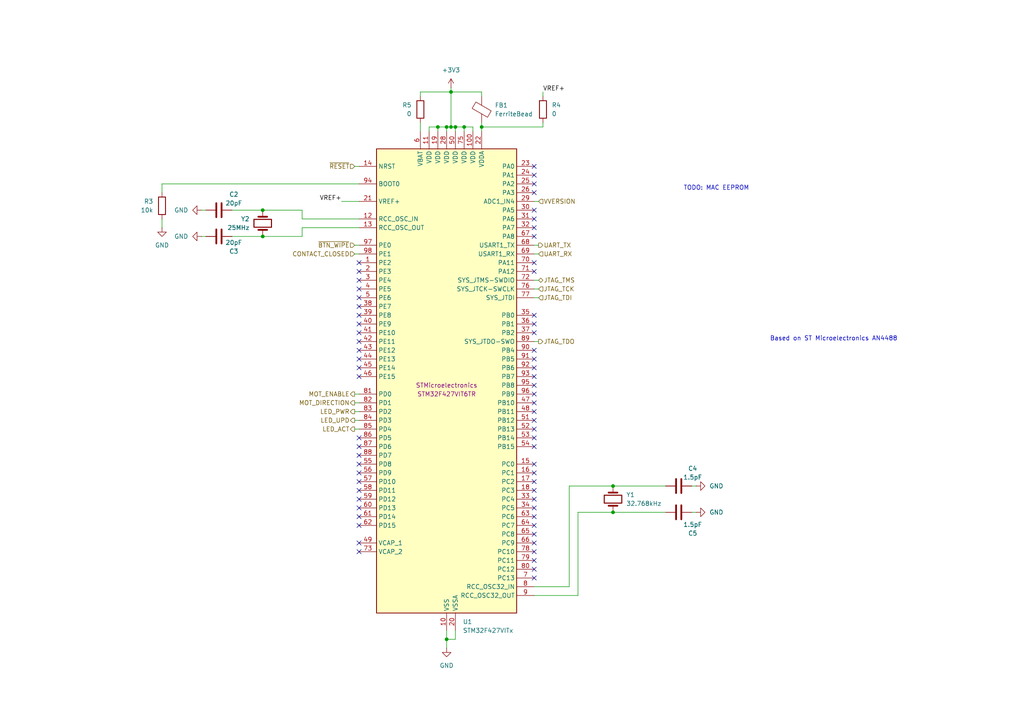
<source format=kicad_sch>
(kicad_sch (version 20250114) (generator "eeschema") (generator_version "9.0")
  (paper "A4")
  (title_block (title "iot-contact"))
  (lib_symbols
    (symbol "Device:C" (pin_numbers (hide yes)) (pin_names (offset 0.254))
      (property "Reference" "C" (at 0.635 2.54 0))
      (property "Value" "C" (at 0.635 -2.54 0))
      (symbol "C_0_1"
        (polyline (pts (xy -2.032 0.762) (xy 2.032 0.762)) (stroke (width 0.508)))
        (polyline (pts (xy -2.032 -0.762) (xy 2.032 -0.762)) (stroke (width 0.508)))
      )
      (symbol "C_1_1"
        (pin passive line (at 0 3.81 270) (length 2.794) (name "~") (number "1"))
        (pin passive line (at 0 -3.81 90) (length 2.794) (name "~") (number "2"))
      )
    )
    (symbol "Device:Crystal" (pin_numbers (hide yes)) (pin_names (offset 1.016) (hide yes))
      (property "Reference" "Y" (at 0 3.81 0))
      (property "Value" "Crystal" (at 0 -3.81 0))
      (symbol "Crystal_0_1"
        (polyline (pts (xy -2.54 0) (xy -1.905 0)))
        (polyline (pts (xy -1.905 -1.27) (xy -1.905 1.27)) (stroke (width 0.508)))
        (rectangle (start -1.143 2.54) (end 1.143 -2.54) (stroke (width 0.3048)))
        (polyline (pts (xy 1.905 -1.27) (xy 1.905 1.27)) (stroke (width 0.508)))
        (polyline (pts (xy 2.54 0) (xy 1.905 0)))
      )
      (symbol "Crystal_1_1"
        (pin passive line (at -3.81 0 0) (length 1.27) (name "1") (number "1"))
        (pin passive line (at 3.81 0 180) (length 1.27) (name "2") (number "2"))
      )
    )
    (symbol "Device:FerriteBead" (pin_numbers (hide yes)) (pin_names (offset 0))
      (property "Reference" "FB" (at -3.81 0.635 90))
      (property "Value" "FerriteBead" (at 3.81 0 90))
      (symbol "FerriteBead_0_1"
        (polyline (pts (xy -2.7686 0.4064) (xy -1.7018 2.2606) (xy 2.7686 -0.3048) (xy 1.6764 -2.159) (xy -2.7686 0.4064)))
        (polyline (pts (xy 0 1.27) (xy 0 1.2954)))
        (polyline (pts (xy 0 -1.27) (xy 0 -1.2192)))
      )
      (symbol "FerriteBead_1_1"
        (pin passive line (at 0 3.81 270) (length 2.54) (name "~") (number "1"))
        (pin passive line (at 0 -3.81 90) (length 2.54) (name "~") (number "2"))
      )
    )
    (symbol "Device:R" (pin_numbers (hide yes)) (pin_names (offset 0))
      (property "Reference" "R" (at 2.032 0 90))
      (property "Value" "R" (at 0 0 90))
      (symbol "R_0_1"
        (rectangle (start -1.016 -2.54) (end 1.016 2.54) (stroke (width 0.254)))
      )
      (symbol "R_1_1"
        (pin passive line (at 0 3.81 270) (length 1.27) (name "~") (number "1"))
        (pin passive line (at 0 -3.81 90) (length 1.27) (name "~") (number "2"))
      )
    )
    (symbol "MCU_ST_STM32F4:STM32F427VITx"
      (property "Reference" "U" (at -20.32 69.85 0))
      (property "Value" "STM32F427VITx" (at 12.7 69.85 0))
      (symbol "STM32F427VITx_0_1"
        (rectangle (start -20.32 -66.04) (end 20.32 68.58) (stroke (width 0.254)) (fill (type background)))
      )
      (symbol "STM32F427VITx_1_1"
        (pin input line (at -25.4 63.5 0) (length 5.08) (name "NRST") (number "14"))
        (pin input line (at -25.4 58.42 0) (length 5.08) (name "BOOT0") (number "94"))
        (pin input line (at -25.4 53.34 0) (length 5.08) (name "VREF+") (number "21"))
        (pin bidirectional line (at -25.4 48.26 0) (length 5.08) (name "PH0") (number "12") (alternate "RCC_OSC_IN" bidirectional line))
        (pin bidirectional line (at -25.4 45.72 0) (length 5.08) (name "PH1") (number "13") (alternate "RCC_OSC_OUT" bidirectional line))
        (pin bidirectional line (at -25.4 40.64 0) (length 5.08) (name "PE0") (number "97"))
        (pin bidirectional line (at -25.4 38.1 0) (length 5.08) (name "PE1") (number "98"))
        (pin bidirectional line (at -25.4 35.56 0) (length 5.08) (name "PE2") (number "1"))
        (pin bidirectional line (at -25.4 33.02 0) (length 5.08) (name "PE3") (number "2"))
        (pin bidirectional line (at -25.4 30.48 0) (length 5.08) (name "PE4") (number "3"))
        (pin bidirectional line (at -25.4 27.94 0) (length 5.08) (name "PE5") (number "4"))
        (pin bidirectional line (at -25.4 25.4 0) (length 5.08) (name "PE6") (number "5"))
        (pin bidirectional line (at -25.4 22.86 0) (length 5.08) (name "PE7") (number "38"))
        (pin bidirectional line (at -25.4 20.32 0) (length 5.08) (name "PE8") (number "39"))
        (pin bidirectional line (at -25.4 17.78 0) (length 5.08) (name "PE9") (number "40"))
        (pin bidirectional line (at -25.4 15.24 0) (length 5.08) (name "PE10") (number "41"))
        (pin bidirectional line (at -25.4 12.7 0) (length 5.08) (name "PE11") (number "42"))
        (pin bidirectional line (at -25.4 10.16 0) (length 5.08) (name "PE12") (number "43"))
        (pin bidirectional line (at -25.4 7.62 0) (length 5.08) (name "PE13") (number "44"))
        (pin bidirectional line (at -25.4 5.08 0) (length 5.08) (name "PE14") (number "45"))
        (pin bidirectional line (at -25.4 2.54 0) (length 5.08) (name "PE15") (number "46"))
        (pin bidirectional line (at -25.4 -2.54 0) (length 5.08) (name "PD0") (number "81"))
        (pin bidirectional line (at -25.4 -5.08 0) (length 5.08) (name "PD1") (number "82"))
        (pin bidirectional line (at -25.4 -7.62 0) (length 5.08) (name "PD2") (number "83"))
        (pin bidirectional line (at -25.4 -10.16 0) (length 5.08) (name "PD3") (number "84"))
        (pin bidirectional line (at -25.4 -12.7 0) (length 5.08) (name "PD4") (number "85"))
        (pin bidirectional line (at -25.4 -15.24 0) (length 5.08) (name "PD5") (number "86"))
        (pin bidirectional line (at -25.4 -17.78 0) (length 5.08) (name "PD6") (number "87"))
        (pin bidirectional line (at -25.4 -20.32 0) (length 5.08) (name "PD7") (number "88"))
        (pin bidirectional line (at -25.4 -22.86 0) (length 5.08) (name "PD8") (number "55"))
        (pin bidirectional line (at -25.4 -25.4 0) (length 5.08) (name "PD9") (number "56"))
        (pin bidirectional line (at -25.4 -27.94 0) (length 5.08) (name "PD10") (number "57"))
        (pin bidirectional line (at -25.4 -30.48 0) (length 5.08) (name "PD11") (number "58"))
        (pin bidirectional line (at -25.4 -33.02 0) (length 5.08) (name "PD12") (number "59"))
        (pin bidirectional line (at -25.4 -35.56 0) (length 5.08) (name "PD13") (number "60"))
        (pin bidirectional line (at -25.4 -38.1 0) (length 5.08) (name "PD14") (number "61"))
        (pin bidirectional line (at -25.4 -40.64 0) (length 5.08) (name "PD15") (number "62"))
        (pin power_out line (at -25.4 -45.72 0) (length 5.08) (name "VCAP_1") (number "49"))
        (pin power_out line (at -25.4 -48.26 0) (length 5.08) (name "VCAP_2") (number "73"))
        (pin power_in line (at -7.62 73.66 270) (length 5.08) (name "VBAT") (number "6"))
        (pin power_in line (at -5.08 73.66 270) (length 5.08) (name "VDD") (number "11"))
        (pin power_in line (at -2.54 73.66 270) (length 5.08) (name "VDD") (number "19"))
        (pin power_in line (at 0 73.66 270) (length 5.08) (name "VDD") (number "28"))
        (pin power_in line (at 0 -71.12 90) (length 5.08) (name "VSS") (number "10"))
        (pin passive line (at 0 -71.12 90) (length 5.08) (hide yes) (name "VSS") (number "27"))
        (pin passive line (at 0 -71.12 90) (length 5.08) (hide yes) (name "VSS") (number "74"))
        (pin passive line (at 0 -71.12 90) (length 5.08) (hide yes) (name "VSS") (number "99"))
        (pin power_in line (at 2.54 73.66 270) (length 5.08) (name "VDD") (number "50"))
        (pin power_in line (at 2.54 -71.12 90) (length 5.08) (name "VSSA") (number "20"))
        (pin power_in line (at 5.08 73.66 270) (length 5.08) (name "VDD") (number "75"))
        (pin power_in line (at 7.62 73.66 270) (length 5.08) (name "VDD") (number "100"))
        (pin power_in line (at 10.16 73.66 270) (length 5.08) (name "VDDA") (number "22"))
        (pin bidirectional line (at 25.4 63.5 180) (length 5.08) (name "PA0") (number "23"))
        (pin bidirectional line (at 25.4 60.96 180) (length 5.08) (name "PA1") (number "24"))
        (pin bidirectional line (at 25.4 58.42 180) (length 5.08) (name "PA2") (number "25"))
        (pin bidirectional line (at 25.4 55.88 180) (length 5.08) (name "PA3") (number "26"))
        (pin bidirectional line (at 25.4 53.34 180) (length 5.08) (name "PA4") (number "29") (alternate "ADC1_IN4" bidirectional line))
        (pin bidirectional line (at 25.4 50.8 180) (length 5.08) (name "PA5") (number "30"))
        (pin bidirectional line (at 25.4 48.26 180) (length 5.08) (name "PA6") (number "31"))
        (pin bidirectional line (at 25.4 45.72 180) (length 5.08) (name "PA7") (number "32"))
        (pin bidirectional line (at 25.4 43.18 180) (length 5.08) (name "PA8") (number "67"))
        (pin bidirectional line (at 25.4 40.64 180) (length 5.08) (name "PA9") (number "68") (alternate "USART1_TX" bidirectional line))
        (pin bidirectional line (at 25.4 38.1 180) (length 5.08) (name "PA10") (number "69") (alternate "USART1_RX" bidirectional line))
        (pin bidirectional line (at 25.4 35.56 180) (length 5.08) (name "PA11") (number "70"))
        (pin bidirectional line (at 25.4 33.02 180) (length 5.08) (name "PA12") (number "71"))
        (pin bidirectional line (at 25.4 30.48 180) (length 5.08) (name "PA13") (number "72") (alternate "SYS_JTMS-SWDIO" bidirectional line))
        (pin bidirectional line (at 25.4 27.94 180) (length 5.08) (name "PA14") (number "76") (alternate "SYS_JTCK-SWCLK" bidirectional line))
        (pin bidirectional line (at 25.4 25.4 180) (length 5.08) (name "PA15") (number "77") (alternate "SYS_JTDI" bidirectional line))
        (pin bidirectional line (at 25.4 20.32 180) (length 5.08) (name "PB0") (number "35"))
        (pin bidirectional line (at 25.4 17.78 180) (length 5.08) (name "PB1") (number "36"))
        (pin bidirectional line (at 25.4 15.24 180) (length 5.08) (name "PB2") (number "37"))
        (pin bidirectional line (at 25.4 12.7 180) (length 5.08) (name "PB3") (number "89") (alternate "SYS_JTDO-SWO" bidirectional line))
        (pin bidirectional line (at 25.4 10.16 180) (length 5.08) (name "PB4") (number "90"))
        (pin bidirectional line (at 25.4 7.62 180) (length 5.08) (name "PB5") (number "91"))
        (pin bidirectional line (at 25.4 5.08 180) (length 5.08) (name "PB6") (number "92") (alternate "USART1_TX" bidirectional line))
        (pin bidirectional line (at 25.4 2.54 180) (length 5.08) (name "PB7") (number "93") (alternate "USART1_RX" bidirectional line))
        (pin bidirectional line (at 25.4 0 180) (length 5.08) (name "PB8") (number "95"))
        (pin bidirectional line (at 25.4 -2.54 180) (length 5.08) (name "PB9") (number "96"))
        (pin bidirectional line (at 25.4 -5.08 180) (length 5.08) (name "PB10") (number "47"))
        (pin bidirectional line (at 25.4 -7.62 180) (length 5.08) (name "PB11") (number "48"))
        (pin bidirectional line (at 25.4 -10.16 180) (length 5.08) (name "PB12") (number "51"))
        (pin bidirectional line (at 25.4 -12.7 180) (length 5.08) (name "PB13") (number "52"))
        (pin bidirectional line (at 25.4 -15.24 180) (length 5.08) (name "PB14") (number "53"))
        (pin bidirectional line (at 25.4 -17.78 180) (length 5.08) (name "PB15") (number "54"))
        (pin bidirectional line (at 25.4 -22.86 180) (length 5.08) (name "PC0") (number "15"))
        (pin bidirectional line (at 25.4 -25.4 180) (length 5.08) (name "PC1") (number "16"))
        (pin bidirectional line (at 25.4 -27.94 180) (length 5.08) (name "PC2") (number "17"))
        (pin bidirectional line (at 25.4 -30.48 180) (length 5.08) (name "PC3") (number "18"))
        (pin bidirectional line (at 25.4 -33.02 180) (length 5.08) (name "PC4") (number "33"))
        (pin bidirectional line (at 25.4 -35.56 180) (length 5.08) (name "PC5") (number "34"))
        (pin bidirectional line (at 25.4 -38.1 180) (length 5.08) (name "PC6") (number "63"))
        (pin bidirectional line (at 25.4 -40.64 180) (length 5.08) (name "PC7") (number "64"))
        (pin bidirectional line (at 25.4 -43.18 180) (length 5.08) (name "PC8") (number "65"))
        (pin bidirectional line (at 25.4 -45.72 180) (length 5.08) (name "PC9") (number "66"))
        (pin bidirectional line (at 25.4 -48.26 180) (length 5.08) (name "PC10") (number "78"))
        (pin bidirectional line (at 25.4 -50.8 180) (length 5.08) (name "PC11") (number "79"))
        (pin bidirectional line (at 25.4 -53.34 180) (length 5.08) (name "PC12") (number "80"))
        (pin bidirectional line (at 25.4 -55.88 180) (length 5.08) (name "PC13") (number "7"))
        (pin bidirectional line (at 25.4 -58.42 180) (length 5.08) (name "PC14") (number "8") (alternate "RCC_OSC32_IN" bidirectional line))
        (pin bidirectional line (at 25.4 -60.96 180) (length 5.08) (name "PC15") (number "9") (alternate "RCC_OSC32_OUT" bidirectional line))
      )
    )
    (symbol "power:+3V3" (power) (pin_numbers (hide yes)) (pin_names (offset 0) (hide yes))
      (property "Value" "+3V3" (at 0 3.556 0))
      (symbol "+3V3_0_1"
        (polyline (pts (xy -0.762 1.27) (xy 0 2.54)))
        (polyline (pts (xy 0 2.54) (xy 0.762 1.27)))
        (polyline (pts (xy 0 0) (xy 0 2.54)))
      )
      (symbol "+3V3_1_1"
        (pin power_in line (at 0 0 90) (length 0) (name "~") (number "1"))
      )
    )
    (symbol "power:GND" (power) (pin_numbers (hide yes)) (pin_names (offset 0) (hide yes))
      (property "Value" "GND" (at 0 -3.81 0))
      (symbol "GND_0_1"
        (polyline (pts (xy 0 0) (xy 0 -1.27) (xy 1.27 -1.27) (xy 0 -2.54) (xy -1.27 -1.27) (xy 0 -1.27)))
      )
      (symbol "GND_1_1"
        (pin power_in line (at 0 0 270) (length 0) (name "~") (number "1"))
      )
    )
  )
  (text "Based on ST Microelectronics AN4488" (at 241.808 98.298 0) (effects (font (size 1.27 1.27))))
  (text "TODO: MAC EEPROM" (at 207.772 54.61 0) (effects (font (size 1.27 1.27))))
  (junction (at 130.81 26.67))
  (junction (at 129.54 185.42))
  (junction (at 132.08 36.83))
  (junction (at 76.2 68.58))
  (junction (at 177.8 140.97))
  (junction (at 139.7 36.83))
  (junction (at 177.8 148.59))
  (junction (at 129.54 36.83))
  (junction (at 130.81 36.83))
  (junction (at 127 36.83))
  (junction (at 134.62 36.83))
  (junction (at 76.2 60.96))
  (no_connect (at 154.94 149.86))
  (no_connect (at 154.94 147.32))
  (no_connect (at 104.14 88.9))
  (no_connect (at 104.14 152.4))
  (no_connect (at 154.94 114.3))
  (no_connect (at 154.94 109.22))
  (no_connect (at 154.94 142.24))
  (no_connect (at 104.14 160.02))
  (no_connect (at 154.94 167.64))
  (no_connect (at 104.14 149.86))
  (no_connect (at 104.14 132.08))
  (no_connect (at 154.94 144.78))
  (no_connect (at 104.14 142.24))
  (no_connect (at 154.94 139.7))
  (no_connect (at 154.94 127))
  (no_connect (at 104.14 101.6))
  (no_connect (at 154.94 76.2))
  (no_connect (at 154.94 96.52))
  (no_connect (at 154.94 119.38))
  (no_connect (at 104.14 91.44))
  (no_connect (at 154.94 129.54))
  (no_connect (at 104.14 144.78))
  (no_connect (at 154.94 55.88))
  (no_connect (at 104.14 137.16))
  (no_connect (at 104.14 81.28))
  (no_connect (at 104.14 139.7))
  (no_connect (at 104.14 109.22))
  (no_connect (at 154.94 78.74))
  (no_connect (at 154.94 66.04))
  (no_connect (at 154.94 91.44))
  (no_connect (at 104.14 134.62))
  (no_connect (at 154.94 134.62))
  (no_connect (at 104.14 76.2))
  (no_connect (at 104.14 157.48))
  (no_connect (at 154.94 106.68))
  (no_connect (at 154.94 162.56))
  (no_connect (at 104.14 93.98))
  (no_connect (at 154.94 157.48))
  (no_connect (at 154.94 93.98))
  (no_connect (at 154.94 60.96))
  (no_connect (at 154.94 104.14))
  (no_connect (at 154.94 101.6))
  (no_connect (at 154.94 124.46))
  (no_connect (at 154.94 121.92))
  (no_connect (at 104.14 147.32))
  (no_connect (at 154.94 50.8))
  (no_connect (at 154.94 63.5))
  (no_connect (at 104.14 86.36))
  (no_connect (at 104.14 83.82))
  (no_connect (at 104.14 104.14))
  (no_connect (at 154.94 160.02))
  (no_connect (at 154.94 68.58))
  (no_connect (at 154.94 154.94))
  (no_connect (at 154.94 48.26))
  (no_connect (at 154.94 111.76))
  (no_connect (at 154.94 137.16))
  (no_connect (at 154.94 165.1))
  (no_connect (at 104.14 127))
  (no_connect (at 104.14 129.54))
  (no_connect (at 104.14 78.74))
  (no_connect (at 104.14 106.68))
  (no_connect (at 104.14 96.52))
  (no_connect (at 154.94 152.4))
  (no_connect (at 154.94 116.84))
  (no_connect (at 154.94 53.34))
  (no_connect (at 104.14 99.06))
  (wire (pts (xy 134.62 38.1) (xy 134.62 36.83)))
  (wire (pts (xy 46.99 63.5) (xy 46.99 66.04)))
  (wire (pts (xy 127 36.83) (xy 127 38.1)))
  (wire (pts (xy 137.16 36.83) (xy 134.62 36.83)))
  (wire (pts (xy 132.08 182.88) (xy 132.08 185.42)))
  (wire (pts (xy 167.64 148.59) (xy 167.64 172.72)))
  (wire (pts (xy 167.64 172.72) (xy 154.94 172.72)))
  (wire (pts (xy 157.48 36.83) (xy 139.7 36.83)))
  (wire (pts (xy 165.1 170.18) (xy 165.1 140.97)))
  (wire (pts (xy 58.42 68.58) (xy 59.69 68.58)))
  (wire (pts (xy 137.16 38.1) (xy 137.16 36.83)))
  (wire (pts (xy 154.94 99.06) (xy 156.21 99.06)))
  (wire (pts (xy 87.63 68.58) (xy 76.2 68.58)))
  (wire (pts (xy 200.66 148.59) (xy 201.93 148.59)))
  (wire (pts (xy 99.06 58.42) (xy 104.14 58.42)))
  (wire (pts (xy 154.94 73.66) (xy 156.21 73.66)))
  (wire (pts (xy 87.63 66.04) (xy 87.63 68.58)))
  (wire (pts (xy 139.7 36.83) (xy 139.7 38.1)))
  (wire (pts (xy 177.8 140.97) (xy 193.04 140.97)))
  (wire (pts (xy 130.81 26.67) (xy 130.81 25.4)))
  (wire (pts (xy 129.54 38.1) (xy 129.54 36.83)))
  (wire (pts (xy 102.87 48.26) (xy 104.14 48.26)))
  (wire (pts (xy 124.46 36.83) (xy 124.46 38.1)))
  (wire (pts (xy 67.31 68.58) (xy 76.2 68.58)))
  (wire (pts (xy 58.42 60.96) (xy 59.69 60.96)))
  (wire (pts (xy 104.14 66.04) (xy 87.63 66.04)))
  (wire (pts (xy 139.7 27.94) (xy 139.7 26.67)))
  (wire (pts (xy 102.87 73.66) (xy 104.14 73.66)))
  (wire (pts (xy 157.48 26.67) (xy 157.48 27.94)))
  (wire (pts (xy 129.54 36.83) (xy 130.81 36.83)))
  (wire (pts (xy 130.81 36.83) (xy 132.08 36.83)))
  (wire (pts (xy 139.7 35.56) (xy 139.7 36.83)))
  (wire (pts (xy 132.08 36.83) (xy 132.08 38.1)))
  (wire (pts (xy 154.94 170.18) (xy 165.1 170.18)))
  (wire (pts (xy 157.48 35.56) (xy 157.48 36.83)))
  (wire (pts (xy 154.94 86.36) (xy 156.21 86.36)))
  (wire (pts (xy 127 36.83) (xy 124.46 36.83)))
  (wire (pts (xy 102.87 121.92) (xy 104.14 121.92)))
  (wire (pts (xy 154.94 81.28) (xy 156.21 81.28)))
  (wire (pts (xy 67.31 60.96) (xy 76.2 60.96)))
  (wire (pts (xy 102.87 124.46) (xy 104.14 124.46)))
  (wire (pts (xy 134.62 36.83) (xy 132.08 36.83)))
  (wire (pts (xy 200.66 140.97) (xy 201.93 140.97)))
  (wire (pts (xy 102.87 114.3) (xy 104.14 114.3)))
  (wire (pts (xy 121.92 27.94) (xy 121.92 26.67)))
  (wire (pts (xy 139.7 26.67) (xy 130.81 26.67)))
  (wire (pts (xy 46.99 55.88) (xy 46.99 53.34)))
  (wire (pts (xy 121.92 26.67) (xy 130.81 26.67)))
  (wire (pts (xy 104.14 63.5) (xy 87.63 63.5)))
  (wire (pts (xy 165.1 140.97) (xy 177.8 140.97)))
  (wire (pts (xy 46.99 53.34) (xy 104.14 53.34)))
  (wire (pts (xy 129.54 185.42) (xy 129.54 187.96)))
  (wire (pts (xy 129.54 182.88) (xy 129.54 185.42)))
  (wire (pts (xy 87.63 63.5) (xy 87.63 60.96)))
  (wire (pts (xy 177.8 148.59) (xy 193.04 148.59)))
  (wire (pts (xy 154.94 58.42) (xy 156.21 58.42)))
  (wire (pts (xy 130.81 36.83) (xy 130.81 26.67)))
  (wire (pts (xy 154.94 83.82) (xy 156.21 83.82)))
  (wire (pts (xy 102.87 71.12) (xy 104.14 71.12)))
  (wire (pts (xy 154.94 71.12) (xy 156.21 71.12)))
  (wire (pts (xy 121.92 35.56) (xy 121.92 38.1)))
  (wire (pts (xy 87.63 60.96) (xy 76.2 60.96)))
  (wire (pts (xy 129.54 36.83) (xy 127 36.83)))
  (wire (pts (xy 177.8 148.59) (xy 167.64 148.59)))
  (wire (pts (xy 102.87 116.84) (xy 104.14 116.84)))
  (wire (pts (xy 132.08 185.42) (xy 129.54 185.42)))
  (wire (pts (xy 102.87 119.38) (xy 104.14 119.38)))
  (label "VREF+" (at 157.48 26.67 0))
  (label "VREF+" (at 99.06 58.42 180))
  (hierarchical_label "~{RESET}" (shape input) (at 102.87 48.26 180))
  (hierarchical_label "MOT_ENABLE" (shape output) (at 102.87 114.3 180))
  (hierarchical_label "UART_TX" (shape output) (at 156.21 71.12 0))
  (hierarchical_label "LED_UPD" (shape output) (at 102.87 121.92 180))
  (hierarchical_label "JTAG_TMS" (shape bidirectional) (at 156.21 81.28 0))
  (hierarchical_label "~{BTN_WIPE}" (shape input) (at 102.87 71.12 180))
  (hierarchical_label "JTAG_TDI" (shape input) (at 156.21 86.36 0))
  (hierarchical_label "LED_PWR" (shape output) (at 102.87 119.38 180))
  (hierarchical_label "LED_ACT" (shape output) (at 102.87 124.46 180))
  (hierarchical_label "MOT_DIRECTION" (shape output) (at 102.87 116.84 180))
  (hierarchical_label "JTAG_TCK" (shape input) (at 156.21 83.82 0))
  (hierarchical_label "VVERSION" (shape input) (at 156.21 58.42 0))
  (hierarchical_label "JTAG_TDO" (shape output) (at 156.21 99.06 0))
  (hierarchical_label "UART_RX" (shape input) (at 156.21 73.66 0))
  (hierarchical_label "CONTACT_CLOSED" (shape input) (at 102.87 73.66 180))
  (symbol (lib_id "Device:C") (at 63.5 60.96 90) (unit 1)
    (property "Reference" "C2" (at 67.818 56.388 90))
    (property "Value" "20pF" (at 67.818 58.928 90))
    (property "Description" "Unpolarized capacitor" (effects (hide yes)))
  )
  (symbol (lib_id "Device:R") (at 46.99 59.69 0) (mirror y) (unit 1)
    (property "Reference" "R3" (at 44.45 58.4199 0) (effects (justify left)))
    (property "Value" "10k" (at 44.45 60.9599 0) (effects (justify left)))
    (property "Description" "Resistor" (effects (hide yes)))
  )
  (symbol (lib_id "power:GND") (at 58.42 68.58 270) (unit 1)
    (property "Reference" "#PWR016" (effects (hide yes)))
    (property "Value" "GND" (at 54.61 68.5799 90) (effects (justify right)))
    (property "Description" "Power symbol creates a global label with name \"GND\" , ground" (effects (hide yes)))
  )
  (symbol (lib_id "power:+3V3") (at 130.81 25.4 0) (unit 1)
    (property "Reference" "#PWR012" (effects (hide yes)))
    (property "Value" "+3V3" (at 130.81 20.32 0))
    (property "Description" "Power symbol creates a global label with name \"+3V3\"" (effects (hide yes)))
  )
  (symbol (lib_id "MCU_ST_STM32F4:STM32F427VITx") (at 129.54 111.76 0) (unit 1)
    (property "Reference" "U1" (at 134.2233 180.34 0) (effects (justify left)))
    (property "Value" "STM32F427VITx" (at 134.2233 182.88 0) (effects (justify left)))
    (property "Footprint" "Package_QFP:LQFP-100_14x14mm_P0.5mm" (effects (hide yes)))
    (property "Datasheet" "https://www.st.com/resource/en/datasheet/stm32f427vi.pdf" (effects (hide yes)))
    (property "Description" "STMicroelectronics Arm Cortex-M4 MCU, 2048KB flash, 256KB RAM, 180 MHz, 1.8-3.6V, 82 GPIO, LQFP100" (effects (hide yes)))
    (property "MPN" "STM32F427VIT6TR" (at 129.54 114.3 0))
    (property "Manufacturer" "STMicroelectronics" (at 129.54 111.76 0))
    (pin "9" (alternate "RCC_OSC32_OUT"))
    (pin "8" (alternate "RCC_OSC32_IN"))
    (pin "76" (alternate "SYS_JTCK-SWCLK"))
    (pin "77" (alternate "SYS_JTDI"))
    (pin "68" (alternate "USART1_TX"))
    (pin "72" (alternate "SYS_JTMS-SWDIO"))
    (pin "69" (alternate "USART1_RX"))
    (pin "12" (alternate "RCC_OSC_IN"))
    (pin "13" (alternate "RCC_OSC_OUT"))
    (pin "89" (alternate "SYS_JTDO-SWO"))
    (pin "29" (alternate "ADC1_IN4"))
  )
  (symbol (lib_id "Device:C") (at 196.85 140.97 90) (unit 1)
    (property "Reference" "C4" (at 200.914 135.89 90))
    (property "Value" "1.5pF" (at 200.914 138.43 90))
    (property "Description" "Unpolarized capacitor" (effects (hide yes)))
  )
  (symbol (lib_id "power:GND") (at 58.42 60.96 270) (unit 1)
    (property "Reference" "#PWR015" (effects (hide yes)))
    (property "Value" "GND" (at 54.61 60.9599 90) (effects (justify right)))
    (property "Description" "Power symbol creates a global label with name \"GND\" , ground" (effects (hide yes)))
  )
  (symbol (lib_id "Device:Crystal") (at 177.8 144.78 90) (unit 1)
    (property "Reference" "Y1" (at 181.61 143.5099 90) (effects (justify right)))
    (property "Value" "32.768kHz" (at 181.61 146.0499 90) (effects (justify right)))
    (property "Description" "Two pin crystal" (effects (hide yes)))
  )
  (symbol (lib_id "power:GND") (at 46.99 66.04 0) (unit 1)
    (property "Reference" "#PWR014" (effects (hide yes)))
    (property "Value" "GND" (at 46.99 71.12 0))
    (property "Description" "Power symbol creates a global label with name \"GND\" , ground" (effects (hide yes)))
  )
  (symbol (lib_id "Device:R") (at 121.92 31.75 0) (mirror y) (unit 1)
    (property "Reference" "R5" (at 119.38 30.4799 0) (effects (justify left)))
    (property "Value" "0" (at 119.38 33.0199 0) (effects (justify left)))
    (property "Description" "Resistor" (effects (hide yes)))
  )
  (symbol (lib_id "Device:C") (at 196.85 148.59 90) (mirror x) (unit 1)
    (property "Reference" "C5" (at 200.914 154.686 90))
    (property "Value" "1.5pF" (at 200.914 152.146 90))
    (property "Description" "Unpolarized capacitor" (effects (hide yes)))
  )
  (symbol (lib_id "Device:C") (at 63.5 68.58 90) (mirror x) (unit 1)
    (property "Reference" "C3" (at 67.818 72.898 90))
    (property "Value" "20pF" (at 67.818 70.358 90))
    (property "Description" "Unpolarized capacitor" (effects (hide yes)))
  )
  (symbol (lib_id "Device:FerriteBead") (at 139.7 31.75 180) (unit 1)
    (property "Reference" "FB1" (at 143.51 30.5307 0) (effects (justify right)))
    (property "Value" "FerriteBead" (at 143.51 33.0707 0) (effects (justify right)))
    (property "Description" "Ferrite bead" (effects (hide yes)))
  )
  (symbol (lib_id "Device:Crystal") (at 76.2 64.77 270) (mirror x) (unit 1)
    (property "Reference" "Y2" (at 72.39 63.4999 90) (effects (justify right)))
    (property "Value" "25MHz" (at 72.39 66.0399 90) (effects (justify right)))
    (property "Description" "Two pin crystal" (effects (hide yes)))
  )
  (symbol (lib_id "power:GND") (at 201.93 148.59 90) (unit 1)
    (property "Reference" "#PWR017" (effects (hide yes)))
    (property "Value" "GND" (at 205.74 148.5899 90) (effects (justify right)))
    (property "Description" "Power symbol creates a global label with name \"GND\" , ground" (effects (hide yes)))
  )
  (symbol (lib_id "power:GND") (at 129.54 187.96 0) (unit 1)
    (property "Reference" "#PWR011" (effects (hide yes)))
    (property "Value" "GND" (at 129.54 193.04 0))
    (property "Description" "Power symbol creates a global label with name \"GND\" , ground" (effects (hide yes)))
  )
  (symbol (lib_id "power:GND") (at 201.93 140.97 90) (unit 1)
    (property "Reference" "#PWR018" (effects (hide yes)))
    (property "Value" "GND" (at 205.74 140.9699 90) (effects (justify right)))
    (property "Description" "Power symbol creates a global label with name \"GND\" , ground" (effects (hide yes)))
  )
  (symbol (lib_id "Device:R") (at 157.48 31.75 0) (unit 1)
    (property "Reference" "R4" (at 160.02 30.4799 0) (effects (justify left)))
    (property "Value" "0" (at 160.02 33.0199 0) (effects (justify left)))
    (property "Description" "Resistor" (effects (hide yes)))
  )
)
</source>
